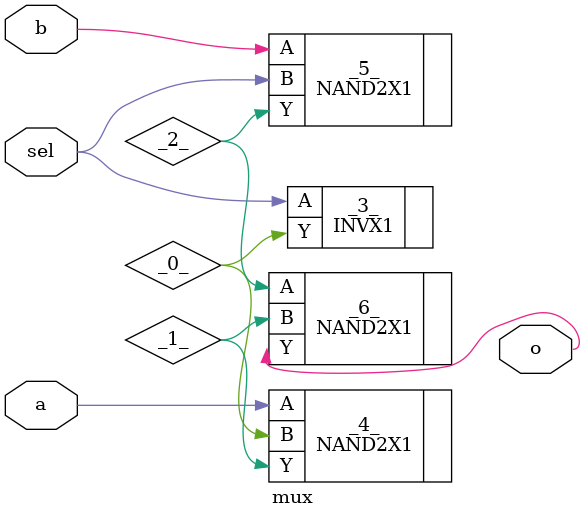
<source format=v>
/* Generated by Yosys 0.5 (git sha1 c3c9fbf, gcc 4.9.2-10ubuntu5 -O2 -fstack-protector-strong -fPIC -Os) */

(* top =  1  *)
(* src = "mux.v:1" *)
module mux(a, b, sel, o);
  wire _0_;
  wire _1_;
  wire _2_;
  (* src = "mux.v:1" *)
  input a;
  (* src = "mux.v:1" *)
  input b;
  (* src = "mux.v:1" *)
  output o;
  (* src = "mux.v:1" *)
  input sel;
  INVX1 _3_ (
    .A(sel),
    .Y(_0_)
  );
  NAND2X1 _4_ (
    .A(a),
    .B(_0_),
    .Y(_1_)
  );
  NAND2X1 _5_ (
    .A(b),
    .B(sel),
    .Y(_2_)
  );
  NAND2X1 _6_ (
    .A(_2_),
    .B(_1_),
    .Y(o)
  );
endmodule

</source>
